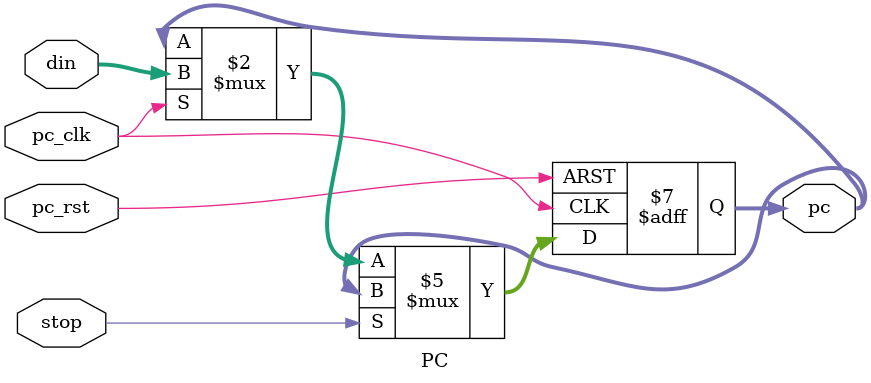
<source format=v>
`timescale 1ns / 1ps


module PC (
    input   wire          pc_rst,
    input   wire          pc_clk,
    input   wire          stop,
    input   wire  [31:0]  din,
    output  reg   [31:0]  pc
);

always @(posedge pc_clk or posedge pc_rst) begin
    if (pc_rst) begin
        pc <= 32'b0;
    end 
    
    else if (stop) begin
        pc <= pc;
    end
    
    else if (pc_clk) begin
        pc <= din;
    end
end


endmodule

</source>
